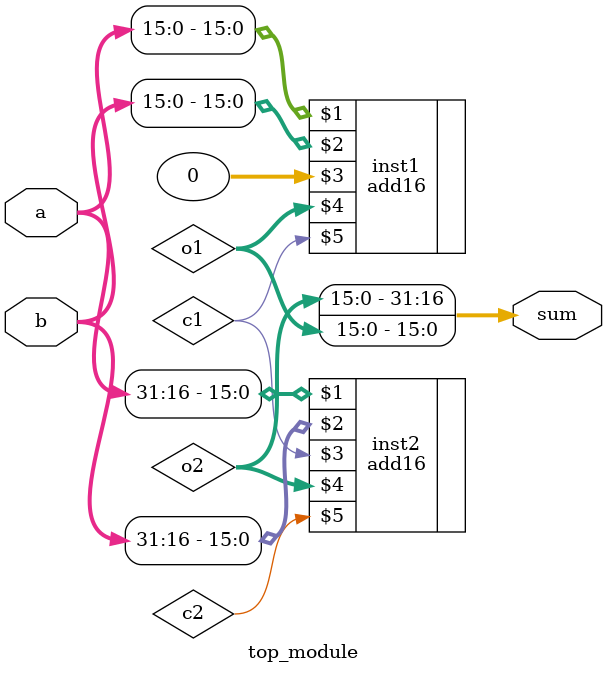
<source format=v>
module top_module(
    input [31:0] a,
    input [31:0] b,
    output [31:0] sum
);
    wire c1,c2;
    wire [15:0]o1,o2;
    
    add16 inst1 (a[15:0],b[15:0],0,o1,c1);
    add16 inst2 (a[31:16],b[31:16],c1,o2,c2);
    
    assign sum = {o2,o1};
    

endmodule

</source>
